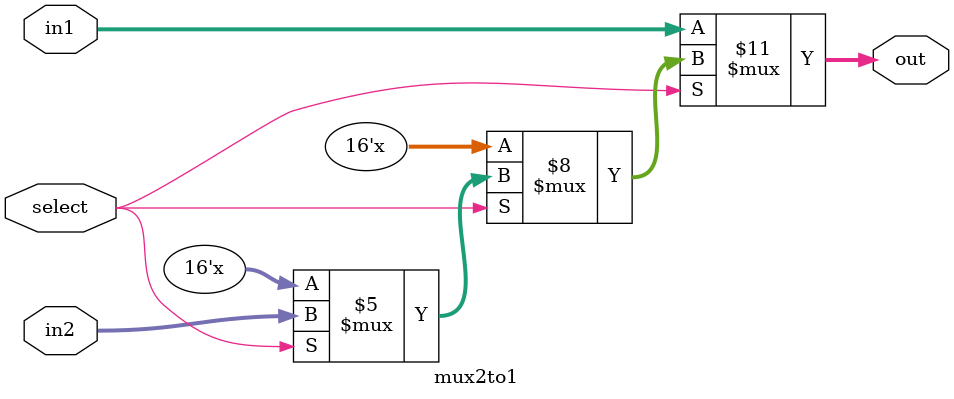
<source format=v>
`timescale 1ns/100ps

module mux2to1 (
    input wire [15:0] in1, in2,
    input wire select,
    output reg [15:0] out
);
    always @ * begin
        if (select == 0) out = in1;
        else if (select == 1) out = in2;
    end
endmodule
</source>
